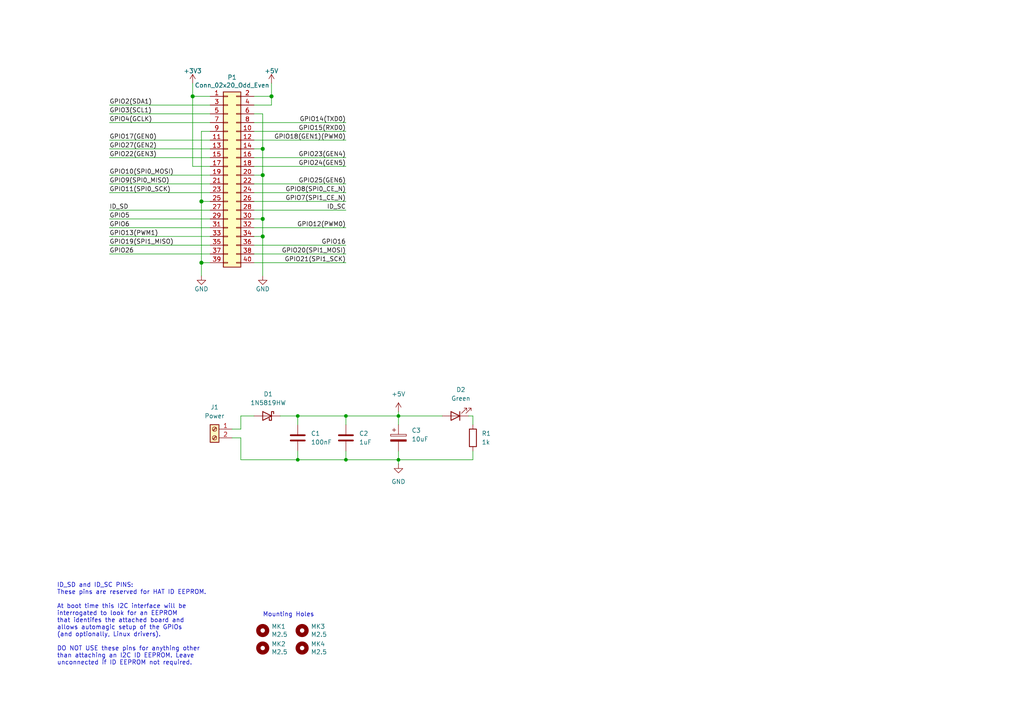
<source format=kicad_sch>
(kicad_sch (version 20211123) (generator eeschema)
  (paper "A4")
  (title_block (date "15 nov 2012"))
  (lib_symbols
    (symbol "Connector:Screw_Terminal_01x02" (pin_names (offset 1.016) hide)
      (property "Reference" "J" (at 0 2.54 0))
      (property "Value" "Screw_Terminal_01x02" (at 0 -5.08 0))
      (symbol "Screw_Terminal_01x02_1_1"
        (rectangle (start -1.27 1.27) (end 1.27 -3.81) (stroke (width 0.254)) (fill (type background)))
        (circle (center 0 -2.54) (radius 0.635) (stroke (width 0.1524)))
        (polyline (pts (xy -0.5334 -2.2098) (xy 0.3302 -3.048)) (stroke (width 0.1524)))
        (polyline (pts (xy -0.5334 0.3302) (xy 0.3302 -0.508)) (stroke (width 0.1524)))
        (polyline (pts (xy -0.3556 -2.032) (xy 0.508 -2.8702)) (stroke (width 0.1524)))
        (polyline (pts (xy -0.3556 0.508) (xy 0.508 -0.3302)) (stroke (width 0.1524)))
        (circle (center 0 0) (radius 0.635) (stroke (width 0.1524)))
        (pin passive line (at -5.08 0 0) (length 3.81) (name "Pin_1") (number "1"))
        (pin passive line (at -5.08 -2.54 0) (length 3.81) (name "Pin_2") (number "2"))
      )
    )
    (symbol "Connector_Generic:Conn_02x20_Odd_Even" (pin_names (offset 1.016) hide)
      (property "Reference" "J" (at 1.27 25.4 0))
      (property "Value" "Conn_02x20_Odd_Even" (at 1.27 -27.94 0))
      (symbol "Conn_02x20_Odd_Even_1_1"
        (rectangle (start -1.27 -25.273) (end 0 -25.527) (stroke (width 0.1524)))
        (rectangle (start -1.27 -22.733) (end 0 -22.987) (stroke (width 0.1524)))
        (rectangle (start -1.27 -20.193) (end 0 -20.447) (stroke (width 0.1524)))
        (rectangle (start -1.27 -17.653) (end 0 -17.907) (stroke (width 0.1524)))
        (rectangle (start -1.27 -15.113) (end 0 -15.367) (stroke (width 0.1524)))
        (rectangle (start -1.27 -12.573) (end 0 -12.827) (stroke (width 0.1524)))
        (rectangle (start -1.27 -10.033) (end 0 -10.287) (stroke (width 0.1524)))
        (rectangle (start -1.27 -7.493) (end 0 -7.747) (stroke (width 0.1524)))
        (rectangle (start -1.27 -4.953) (end 0 -5.207) (stroke (width 0.1524)))
        (rectangle (start -1.27 -2.413) (end 0 -2.667) (stroke (width 0.1524)))
        (rectangle (start -1.27 0.127) (end 0 -0.127) (stroke (width 0.1524)))
        (rectangle (start -1.27 2.667) (end 0 2.413) (stroke (width 0.1524)))
        (rectangle (start -1.27 5.207) (end 0 4.953) (stroke (width 0.1524)))
        (rectangle (start -1.27 7.747) (end 0 7.493) (stroke (width 0.1524)))
        (rectangle (start -1.27 10.287) (end 0 10.033) (stroke (width 0.1524)))
        (rectangle (start -1.27 12.827) (end 0 12.573) (stroke (width 0.1524)))
        (rectangle (start -1.27 15.367) (end 0 15.113) (stroke (width 0.1524)))
        (rectangle (start -1.27 17.907) (end 0 17.653) (stroke (width 0.1524)))
        (rectangle (start -1.27 20.447) (end 0 20.193) (stroke (width 0.1524)))
        (rectangle (start -1.27 22.987) (end 0 22.733) (stroke (width 0.1524)))
        (rectangle (start -1.27 24.13) (end 3.81 -26.67) (stroke (width 0.254)) (fill (type background)))
        (rectangle (start 3.81 -25.273) (end 2.54 -25.527) (stroke (width 0.1524)))
        (rectangle (start 3.81 -22.733) (end 2.54 -22.987) (stroke (width 0.1524)))
        (rectangle (start 3.81 -20.193) (end 2.54 -20.447) (stroke (width 0.1524)))
        (rectangle (start 3.81 -17.653) (end 2.54 -17.907) (stroke (width 0.1524)))
        (rectangle (start 3.81 -15.113) (end 2.54 -15.367) (stroke (width 0.1524)))
        (rectangle (start 3.81 -12.573) (end 2.54 -12.827) (stroke (width 0.1524)))
        (rectangle (start 3.81 -10.033) (end 2.54 -10.287) (stroke (width 0.1524)))
        (rectangle (start 3.81 -7.493) (end 2.54 -7.747) (stroke (width 0.1524)))
        (rectangle (start 3.81 -4.953) (end 2.54 -5.207) (stroke (width 0.1524)))
        (rectangle (start 3.81 -2.413) (end 2.54 -2.667) (stroke (width 0.1524)))
        (rectangle (start 3.81 0.127) (end 2.54 -0.127) (stroke (width 0.1524)))
        (rectangle (start 3.81 2.667) (end 2.54 2.413) (stroke (width 0.1524)))
        (rectangle (start 3.81 5.207) (end 2.54 4.953) (stroke (width 0.1524)))
        (rectangle (start 3.81 7.747) (end 2.54 7.493) (stroke (width 0.1524)))
        (rectangle (start 3.81 10.287) (end 2.54 10.033) (stroke (width 0.1524)))
        (rectangle (start 3.81 12.827) (end 2.54 12.573) (stroke (width 0.1524)))
        (rectangle (start 3.81 15.367) (end 2.54 15.113) (stroke (width 0.1524)))
        (rectangle (start 3.81 17.907) (end 2.54 17.653) (stroke (width 0.1524)))
        (rectangle (start 3.81 20.447) (end 2.54 20.193) (stroke (width 0.1524)))
        (rectangle (start 3.81 22.987) (end 2.54 22.733) (stroke (width 0.1524)))
        (pin passive line (at -5.08 22.86 0) (length 3.81) (name "Pin_1") (number "1"))
        (pin passive line (at 7.62 12.7 180) (length 3.81) (name "Pin_10") (number "10"))
        (pin passive line (at -5.08 10.16 0) (length 3.81) (name "Pin_11") (number "11"))
        (pin passive line (at 7.62 10.16 180) (length 3.81) (name "Pin_12") (number "12"))
        (pin passive line (at -5.08 7.62 0) (length 3.81) (name "Pin_13") (number "13"))
        (pin passive line (at 7.62 7.62 180) (length 3.81) (name "Pin_14") (number "14"))
        (pin passive line (at -5.08 5.08 0) (length 3.81) (name "Pin_15") (number "15"))
        (pin passive line (at 7.62 5.08 180) (length 3.81) (name "Pin_16") (number "16"))
        (pin passive line (at -5.08 2.54 0) (length 3.81) (name "Pin_17") (number "17"))
        (pin passive line (at 7.62 2.54 180) (length 3.81) (name "Pin_18") (number "18"))
        (pin passive line (at -5.08 0 0) (length 3.81) (name "Pin_19") (number "19"))
        (pin passive line (at 7.62 22.86 180) (length 3.81) (name "Pin_2") (number "2"))
        (pin passive line (at 7.62 0 180) (length 3.81) (name "Pin_20") (number "20"))
        (pin passive line (at -5.08 -2.54 0) (length 3.81) (name "Pin_21") (number "21"))
        (pin passive line (at 7.62 -2.54 180) (length 3.81) (name "Pin_22") (number "22"))
        (pin passive line (at -5.08 -5.08 0) (length 3.81) (name "Pin_23") (number "23"))
        (pin passive line (at 7.62 -5.08 180) (length 3.81) (name "Pin_24") (number "24"))
        (pin passive line (at -5.08 -7.62 0) (length 3.81) (name "Pin_25") (number "25"))
        (pin passive line (at 7.62 -7.62 180) (length 3.81) (name "Pin_26") (number "26"))
        (pin passive line (at -5.08 -10.16 0) (length 3.81) (name "Pin_27") (number "27"))
        (pin passive line (at 7.62 -10.16 180) (length 3.81) (name "Pin_28") (number "28"))
        (pin passive line (at -5.08 -12.7 0) (length 3.81) (name "Pin_29") (number "29"))
        (pin passive line (at -5.08 20.32 0) (length 3.81) (name "Pin_3") (number "3"))
        (pin passive line (at 7.62 -12.7 180) (length 3.81) (name "Pin_30") (number "30"))
        (pin passive line (at -5.08 -15.24 0) (length 3.81) (name "Pin_31") (number "31"))
        (pin passive line (at 7.62 -15.24 180) (length 3.81) (name "Pin_32") (number "32"))
        (pin passive line (at -5.08 -17.78 0) (length 3.81) (name "Pin_33") (number "33"))
        (pin passive line (at 7.62 -17.78 180) (length 3.81) (name "Pin_34") (number "34"))
        (pin passive line (at -5.08 -20.32 0) (length 3.81) (name "Pin_35") (number "35"))
        (pin passive line (at 7.62 -20.32 180) (length 3.81) (name "Pin_36") (number "36"))
        (pin passive line (at -5.08 -22.86 0) (length 3.81) (name "Pin_37") (number "37"))
        (pin passive line (at 7.62 -22.86 180) (length 3.81) (name "Pin_38") (number "38"))
        (pin passive line (at -5.08 -25.4 0) (length 3.81) (name "Pin_39") (number "39"))
        (pin passive line (at 7.62 20.32 180) (length 3.81) (name "Pin_4") (number "4"))
        (pin passive line (at 7.62 -25.4 180) (length 3.81) (name "Pin_40") (number "40"))
        (pin passive line (at -5.08 17.78 0) (length 3.81) (name "Pin_5") (number "5"))
        (pin passive line (at 7.62 17.78 180) (length 3.81) (name "Pin_6") (number "6"))
        (pin passive line (at -5.08 15.24 0) (length 3.81) (name "Pin_7") (number "7"))
        (pin passive line (at 7.62 15.24 180) (length 3.81) (name "Pin_8") (number "8"))
        (pin passive line (at -5.08 12.7 0) (length 3.81) (name "Pin_9") (number "9"))
      )
    )
    (symbol "Device:C" (pin_numbers hide) (pin_names (offset 0.254))
      (property "Reference" "C" (at 0.635 2.54 0))
      (property "Value" "C" (at 0.635 -2.54 0))
      (symbol "C_0_1"
        (polyline (pts (xy -2.032 -0.762) (xy 2.032 -0.762)) (stroke (width 0.508)))
        (polyline (pts (xy -2.032 0.762) (xy 2.032 0.762)) (stroke (width 0.508)))
      )
      (symbol "C_1_1"
        (pin passive line (at 0 3.81 270) (length 2.794) (name "~") (number "1"))
        (pin passive line (at 0 -3.81 90) (length 2.794) (name "~") (number "2"))
      )
    )
    (symbol "Device:C_Polarized" (pin_numbers hide) (pin_names (offset 0.254))
      (property "Reference" "C" (at 0.635 2.54 0))
      (property "Value" "C_Polarized" (at 0.635 -2.54 0))
      (symbol "C_Polarized_0_1"
        (rectangle (start -2.286 0.508) (end 2.286 1.016))
        (polyline (pts (xy -1.778 2.286) (xy -0.762 2.286)))
        (polyline (pts (xy -1.27 2.794) (xy -1.27 1.778)))
        (rectangle (start 2.286 -0.508) (end -2.286 -1.016) (fill (type outline)))
      )
      (symbol "C_Polarized_1_1"
        (pin passive line (at 0 3.81 270) (length 2.794) (name "~") (number "1"))
        (pin passive line (at 0 -3.81 90) (length 2.794) (name "~") (number "2"))
      )
    )
    (symbol "Device:LED" (pin_numbers hide) (pin_names (offset 1.016) hide)
      (property "Reference" "D" (at 0 2.54 0))
      (property "Value" "LED" (at 0 -2.54 0))
      (symbol "LED_0_1"
        (polyline (pts (xy -1.27 -1.27) (xy -1.27 1.27)) (stroke (width 0.254)))
        (polyline (pts (xy -1.27 0) (xy 1.27 0)))
        (polyline (pts (xy 1.27 -1.27) (xy 1.27 1.27) (xy -1.27 0) (xy 1.27 -1.27)) (stroke (width 0.254)))
        (polyline (pts (xy -3.048 -0.762) (xy -4.572 -2.286) (xy -3.81 -2.286) (xy -4.572 -2.286) (xy -4.572 -1.524)))
        (polyline (pts (xy -1.778 -0.762) (xy -3.302 -2.286) (xy -2.54 -2.286) (xy -3.302 -2.286) (xy -3.302 -1.524)))
      )
      (symbol "LED_1_1"
        (pin passive line (at -3.81 0 0) (length 2.54) (name "K") (number "1"))
        (pin passive line (at 3.81 0 180) (length 2.54) (name "A") (number "2"))
      )
    )
    (symbol "Device:R" (pin_numbers hide) (pin_names (offset 0))
      (property "Reference" "R" (at 2.032 0 90))
      (property "Value" "R" (at 0 0 90))
      (symbol "R_0_1"
        (rectangle (start -1.016 -2.54) (end 1.016 2.54) (stroke (width 0.254)))
      )
      (symbol "R_1_1"
        (pin passive line (at 0 3.81 270) (length 1.27) (name "~") (number "1"))
        (pin passive line (at 0 -3.81 90) (length 1.27) (name "~") (number "2"))
      )
    )
    (symbol "Diode:1N5819" (pin_numbers hide) (pin_names (offset 1.016) hide)
      (property "Reference" "D" (at 0 2.54 0))
      (property "Value" "1N5819" (at 0 -2.54 0))
      (symbol "1N5819_0_1"
        (polyline (pts (xy 1.27 0) (xy -1.27 0)))
        (polyline (pts (xy 1.27 1.27) (xy 1.27 -1.27) (xy -1.27 0) (xy 1.27 1.27)) (stroke (width 0.254)))
        (polyline (pts (xy -1.905 0.635) (xy -1.905 1.27) (xy -1.27 1.27) (xy -1.27 -1.27) (xy -0.635 -1.27) (xy -0.635 -0.635)) (stroke (width 0.254)))
      )
      (symbol "1N5819_1_1"
        (pin passive line (at -3.81 0 0) (length 2.54) (name "K") (number "1"))
        (pin passive line (at 3.81 0 180) (length 2.54) (name "A") (number "2"))
      )
    )
    (symbol "Mechanical:MountingHole" (pin_names (offset 1.016))
      (property "Reference" "H" (at 0 5.08 0))
      (property "Value" "MountingHole" (at 0 3.175 0))
      (symbol "MountingHole_0_1"
        (circle (center 0 0) (radius 1.27) (stroke (width 1.27)))
      )
    )
    (symbol "power:+3.3V" (power) (pin_names (offset 0))
      (property "Value" "+3.3V" (at 0 3.556 0))
      (symbol "+3.3V_0_1"
        (polyline (pts (xy -0.762 1.27) (xy 0 2.54)))
        (polyline (pts (xy 0 0) (xy 0 2.54)))
        (polyline (pts (xy 0 2.54) (xy 0.762 1.27)))
      )
      (symbol "+3.3V_1_1"
        (pin power_in line (at 0 0 90) (length 0) hide (name "+3V3") (number "1"))
      )
    )
    (symbol "power:+5V" (power) (pin_names (offset 0))
      (property "Value" "+5V" (at 0 3.556 0))
      (symbol "+5V_0_1"
        (polyline (pts (xy -0.762 1.27) (xy 0 2.54)))
        (polyline (pts (xy 0 0) (xy 0 2.54)))
        (polyline (pts (xy 0 2.54) (xy 0.762 1.27)))
      )
      (symbol "+5V_1_1"
        (pin power_in line (at 0 0 90) (length 0) hide (name "+5V") (number "1"))
      )
    )
    (symbol "power:GND" (power) (pin_names (offset 0))
      (property "Value" "GND" (at 0 -3.81 0))
      (symbol "GND_0_1"
        (polyline (pts (xy 0 0) (xy 0 -1.27) (xy 1.27 -1.27) (xy 0 -2.54) (xy -1.27 -1.27) (xy 0 -1.27)))
      )
      (symbol "GND_1_1"
        (pin power_in line (at 0 0 270) (length 0) hide (name "GND") (number "1"))
      )
    )
  )
  (junction (at 115.57 133.35))
  (junction (at 76.2 68.58) (diameter 1.016))
  (junction (at 58.42 58.42) (diameter 1.016))
  (junction (at 115.57 120.65))
  (junction (at 76.2 50.8) (diameter 1.016))
  (junction (at 58.42 76.2) (diameter 1.016))
  (junction (at 76.2 43.18) (diameter 1.016))
  (junction (at 100.33 133.35))
  (junction (at 86.36 133.35))
  (junction (at 76.2 63.5) (diameter 1.016))
  (junction (at 78.74 27.94) (diameter 1.016))
  (junction (at 100.33 120.65))
  (junction (at 55.88 27.94) (diameter 1.016))
  (junction (at 86.36 120.65))
  (wire (pts (xy 55.88 27.94) (xy 60.96 27.94)))
  (wire (pts (xy 73.66 71.12) (xy 100.33 71.12)))
  (wire (pts (xy 78.74 27.94) (xy 78.74 30.48)))
  (wire (pts (xy 76.2 43.18) (xy 76.2 50.8)))
  (wire (pts (xy 73.66 35.56) (xy 100.33 35.56)))
  (wire (pts (xy 137.16 130.81) (xy 137.16 133.35)))
  (wire (pts (xy 86.36 120.65) (xy 100.33 120.65)))
  (wire (pts (xy 76.2 33.02) (xy 73.66 33.02)))
  (wire (pts (xy 73.66 66.04) (xy 100.33 66.04)))
  (wire (pts (xy 31.75 53.34) (xy 60.96 53.34)))
  (wire (pts (xy 115.57 120.65) (xy 115.57 123.19)))
  (wire (pts (xy 60.96 60.96) (xy 31.75 60.96)))
  (wire (pts (xy 76.2 43.18) (xy 73.66 43.18)))
  (wire (pts (xy 55.88 27.94) (xy 55.88 48.26)))
  (wire (pts (xy 31.75 63.5) (xy 60.96 63.5)))
  (wire (pts (xy 135.89 120.65) (xy 137.16 120.65)))
  (wire (pts (xy 81.28 120.65) (xy 86.36 120.65)))
  (wire (pts (xy 58.42 38.1) (xy 60.96 38.1)))
  (wire (pts (xy 76.2 50.8) (xy 73.66 50.8)))
  (wire (pts (xy 60.96 30.48) (xy 31.75 30.48)))
  (wire (pts (xy 73.66 76.2) (xy 100.33 76.2)))
  (wire (pts (xy 31.75 71.12) (xy 60.96 71.12)))
  (wire (pts (xy 31.75 45.72) (xy 60.96 45.72)))
  (wire (pts (xy 67.31 127) (xy 69.85 127)))
  (wire (pts (xy 73.66 58.42) (xy 100.33 58.42)))
  (wire (pts (xy 31.75 73.66) (xy 60.96 73.66)))
  (wire (pts (xy 73.66 48.26) (xy 100.33 48.26)))
  (wire (pts (xy 86.36 133.35) (xy 100.33 133.35)))
  (wire (pts (xy 55.88 48.26) (xy 60.96 48.26)))
  (wire (pts (xy 115.57 119.38) (xy 115.57 120.65)))
  (wire (pts (xy 60.96 50.8) (xy 31.75 50.8)))
  (wire (pts (xy 31.75 33.02) (xy 60.96 33.02)))
  (wire (pts (xy 86.36 130.81) (xy 86.36 133.35)))
  (wire (pts (xy 76.2 63.5) (xy 76.2 68.58)))
  (wire (pts (xy 58.42 58.42) (xy 58.42 76.2)))
  (wire (pts (xy 78.74 27.94) (xy 73.66 27.94)))
  (wire (pts (xy 100.33 130.81) (xy 100.33 133.35)))
  (wire (pts (xy 78.74 30.48) (xy 73.66 30.48)))
  (wire (pts (xy 58.42 76.2) (xy 60.96 76.2)))
  (wire (pts (xy 58.42 38.1) (xy 58.42 58.42)))
  (wire (pts (xy 100.33 120.65) (xy 115.57 120.65)))
  (wire (pts (xy 73.66 53.34) (xy 100.33 53.34)))
  (wire (pts (xy 67.31 124.46) (xy 69.85 124.46)))
  (wire (pts (xy 76.2 33.02) (xy 76.2 43.18)))
  (wire (pts (xy 76.2 63.5) (xy 73.66 63.5)))
  (wire (pts (xy 137.16 133.35) (xy 115.57 133.35)))
  (wire (pts (xy 76.2 68.58) (xy 76.2 80.01)))
  (wire (pts (xy 31.75 55.88) (xy 60.96 55.88)))
  (wire (pts (xy 76.2 68.58) (xy 73.66 68.58)))
  (wire (pts (xy 31.75 66.04) (xy 60.96 66.04)))
  (wire (pts (xy 115.57 120.65) (xy 128.27 120.65)))
  (wire (pts (xy 31.75 35.56) (xy 60.96 35.56)))
  (wire (pts (xy 31.75 43.18) (xy 60.96 43.18)))
  (wire (pts (xy 58.42 76.2) (xy 58.42 80.01)))
  (wire (pts (xy 76.2 50.8) (xy 76.2 63.5)))
  (wire (pts (xy 73.66 38.1) (xy 100.33 38.1)))
  (wire (pts (xy 73.66 60.96) (xy 100.33 60.96)))
  (wire (pts (xy 69.85 127) (xy 69.85 133.35)))
  (wire (pts (xy 55.88 24.13) (xy 55.88 27.94)))
  (wire (pts (xy 73.66 40.64) (xy 100.33 40.64)))
  (wire (pts (xy 100.33 133.35) (xy 115.57 133.35)))
  (wire (pts (xy 69.85 120.65) (xy 73.66 120.65)))
  (wire (pts (xy 69.85 124.46) (xy 69.85 120.65)))
  (wire (pts (xy 115.57 133.35) (xy 115.57 130.81)))
  (wire (pts (xy 73.66 55.88) (xy 100.33 55.88)))
  (wire (pts (xy 86.36 120.65) (xy 86.36 123.19)))
  (wire (pts (xy 73.66 45.72) (xy 100.33 45.72)))
  (wire (pts (xy 60.96 40.64) (xy 31.75 40.64)))
  (wire (pts (xy 69.85 133.35) (xy 86.36 133.35)))
  (wire (pts (xy 73.66 73.66) (xy 100.33 73.66)))
  (wire (pts (xy 115.57 133.35) (xy 115.57 134.62)))
  (wire (pts (xy 58.42 58.42) (xy 60.96 58.42)))
  (wire (pts (xy 78.74 24.13) (xy 78.74 27.94)))
  (wire (pts (xy 137.16 120.65) (xy 137.16 123.19)))
  (wire (pts (xy 100.33 120.65) (xy 100.33 123.19)))
  (wire (pts (xy 60.96 68.58) (xy 31.75 68.58)))
  (text "ID_SD and ID_SC PINS:\nThese pins are reserved for HAT ID EEPROM.\n\nAt boot time this I2C interface will be\ninterrogated to look for an EEPROM\nthat identifes the attached board and\nallows automagic setup of the GPIOs\n(and optionally, Linux drivers).\n\nDO NOT USE these pins for anything other\nthan attaching an I2C ID EEPROM. Leave\nunconnected if ID EEPROM not required." (at 16.51 193.04 0) (effects (font (size 1.27 1.27)) (justify left bottom)))
  (text "Mounting Holes" (at 76.2 179.07 0) (effects (font (size 1.27 1.27)) (justify left bottom)))
  (label "GPIO5" (at 31.75 63.5 0))
  (label "GPIO13(PWM1)" (at 31.75 68.58 0))
  (label "GPIO7(SPI1_CE_N)" (at 100.33 58.42 180))
  (label "GPIO25(GEN6)" (at 100.33 53.34 180))
  (label "ID_SD" (at 31.75 60.96 0))
  (label "GPIO17(GEN0)" (at 31.75 40.64 0))
  (label "GPIO20(SPI1_MOSI)" (at 100.33 73.66 180))
  (label "GPIO15(RXD0)" (at 100.33 38.1 180))
  (label "ID_SC" (at 100.33 60.96 180))
  (label "GPIO4(GCLK)" (at 31.75 35.56 0))
  (label "GPIO19(SPI1_MISO)" (at 31.75 71.12 0))
  (label "GPIO16" (at 100.33 71.12 180))
  (label "GPIO21(SPI1_SCK)" (at 100.33 76.2 180))
  (label "GPIO14(TXD0)" (at 100.33 35.56 180))
  (label "GPIO3(SCL1)" (at 31.75 33.02 0))
  (label "GPIO8(SPI0_CE_N)" (at 100.33 55.88 180))
  (label "GPIO6" (at 31.75 66.04 0))
  (label "GPIO27(GEN2)" (at 31.75 43.18 0))
  (label "GPIO26" (at 31.75 73.66 0))
  (label "GPIO24(GEN5)" (at 100.33 48.26 180))
  (label "GPIO18(GEN1)(PWM0)" (at 100.33 40.64 180))
  (label "GPIO23(GEN4)" (at 100.33 45.72 180))
  (label "GPIO9(SPI0_MISO)" (at 31.75 53.34 0))
  (label "GPIO10(SPI0_MOSI)" (at 31.75 50.8 0))
  (label "GPIO12(PWM0)" (at 100.33 66.04 180))
  (label "GPIO2(SDA1)" (at 31.75 30.48 0))
  (label "GPIO22(GEN3)" (at 31.75 45.72 0))
  (label "GPIO11(SPI0_SCK)" (at 31.75 55.88 0))
  (symbol (lib_id "power:+5V") (at 78.74 24.13 0) (unit 1)
    (property "Reference" "#PWR04" (effects hide))
    (property "Value" "+5V" (at 78.74 20.574 0))
  )
  (symbol (lib_id "power:+3.3V") (at 55.88 24.13 0) (unit 1)
    (property "Reference" "#PWR01" (effects hide))
    (property "Value" "+3.3V" (at 55.88 20.574 0))
  )
  (symbol (lib_id "power:GND") (at 76.2 80.01 0) (unit 1)
    (property "Reference" "#PWR03" (effects hide))
    (property "Value" "GND" (at 76.2 83.82 0))
  )
  (symbol (lib_id "power:GND") (at 58.42 80.01 0) (unit 1)
    (property "Reference" "#PWR02" (effects hide))
    (property "Value" "GND" (at 58.42 83.82 0))
  )
  (symbol (lib_id "Mechanical:MountingHole") (at 76.2 182.88 0) (unit 1)
    (property "Reference" "MK1" (at 78.74 181.7116 0) (effects (justify left)))
    (property "Value" "M2.5" (at 78.74 184.023 0) (effects (justify left)))
    (property "Footprint" "MountingHole:MountingHole_2.7mm_M2.5" (effects hide))
  )
  (symbol (lib_id "Mechanical:MountingHole") (at 87.63 182.88 0) (unit 1)
    (property "Reference" "MK3" (at 90.17 181.7116 0) (effects (justify left)))
    (property "Value" "M2.5" (at 90.17 184.023 0) (effects (justify left)))
    (property "Footprint" "MountingHole:MountingHole_2.7mm_M2.5" (effects hide))
  )
  (symbol (lib_id "Mechanical:MountingHole") (at 76.2 187.96 0) (unit 1)
    (property "Reference" "MK2" (at 78.74 186.7916 0) (effects (justify left)))
    (property "Value" "M2.5" (at 78.74 189.103 0) (effects (justify left)))
    (property "Footprint" "MountingHole:MountingHole_2.7mm_M2.5" (effects hide))
  )
  (symbol (lib_id "Mechanical:MountingHole") (at 87.63 187.96 0) (unit 1)
    (property "Reference" "MK4" (at 90.17 186.7916 0) (effects (justify left)))
    (property "Value" "M2.5" (at 90.17 189.103 0) (effects (justify left)))
    (property "Footprint" "MountingHole:MountingHole_2.7mm_M2.5" (effects hide))
  )
  (symbol (lib_id "Connector_Generic:Conn_02x20_Odd_Even") (at 66.04 50.8 0) (unit 1)
    (property "Reference" "P1" (at 67.31 22.4282 0))
    (property "Value" "Conn_02x20_Odd_Even" (at 67.31 24.7396 0))
    (property "Footprint" "Connector_PinSocket_2.54mm:PinSocket_2x20_P2.54mm_Vertical" (effects hide))
  )
  (symbol (lib_id "Device:C") (at 100.33 127 0) (unit 1)
    (property "Reference" "C2" (at 104.14 125.7299 0) (effects (justify left)))
    (property "Value" "1uF" (at 104.14 128.2699 0) (effects (justify left)))
    (property "Footprint" "Capacitor_SMD:C_1210_3225Metric_Pad1.33x2.70mm_HandSolder" (effects hide))
  )
  (symbol (lib_id "power:GND") (at 115.57 134.62 0) (unit 1)
    (property "Reference" "#PWR06" (effects hide))
    (property "Value" "GND" (at 115.57 139.7 0))
  )
  (symbol (lib_id "Device:C_Polarized") (at 115.57 127 0) (unit 1)
    (property "Reference" "C3" (at 119.38 124.8409 0) (effects (justify left)))
    (property "Value" "10uF" (at 119.38 127.3809 0) (effects (justify left)))
    (property "Footprint" "Capacitor_SMD:CP_Elec_5x5.4" (effects hide))
  )
  (symbol (lib_id "Device:C") (at 86.36 127 0) (unit 1)
    (property "Reference" "C1" (at 90.17 125.7299 0) (effects (justify left)))
    (property "Value" "100nF" (at 90.17 128.2699 0) (effects (justify left)))
    (property "Footprint" "Capacitor_SMD:C_0805_2012Metric_Pad1.18x1.45mm_HandSolder" (effects hide))
  )
  (symbol (lib_id "Diode:1N5819") (at 77.47 120.65 0) (mirror y) (unit 1)
    (property "Reference" "D1" (at 77.7875 114.3 0))
    (property "Value" "1N5819HW" (at 77.7875 116.84 0))
    (property "Footprint" "Diode_SMD:D_SOD-123" (effects hide))
    (property "Datasheet" "http://www.vishay.com/docs/88525/1n5817.pdf" (effects hide))
  )
  (symbol (lib_id "Device:R") (at 137.16 127 0) (unit 1)
    (property "Reference" "R1" (at 139.7 125.7299 0) (effects (justify left)))
    (property "Value" "1k" (at 139.7 128.2699 0) (effects (justify left)))
    (property "Footprint" "Resistor_SMD:R_1206_3216Metric_Pad1.30x1.75mm_HandSolder" (effects hide))
  )
  (symbol (lib_id "Connector:Screw_Terminal_01x02") (at 62.23 124.46 0) (mirror y) (unit 1)
    (property "Reference" "J1" (at 62.23 118.11 0))
    (property "Value" "Power" (at 62.23 120.65 0))
    (property "Footprint" "TerminalBlock:TerminalBlock_bornier-2_P5.08mm" (effects hide))
  )
  (symbol (lib_id "power:+5V") (at 115.57 119.38 0) (unit 1)
    (property "Reference" "#PWR05" (effects hide))
    (property "Value" "+5V" (at 115.57 114.3 0))
  )
  (symbol (lib_id "Device:LED") (at 132.08 120.65 180) (unit 1)
    (property "Reference" "D2" (at 133.6675 113.03 0))
    (property "Value" "Green" (at 133.6675 115.57 0))
    (property "Footprint" "LED_SMD:LED_PLCC-2" (effects hide))
  )
)
</source>
